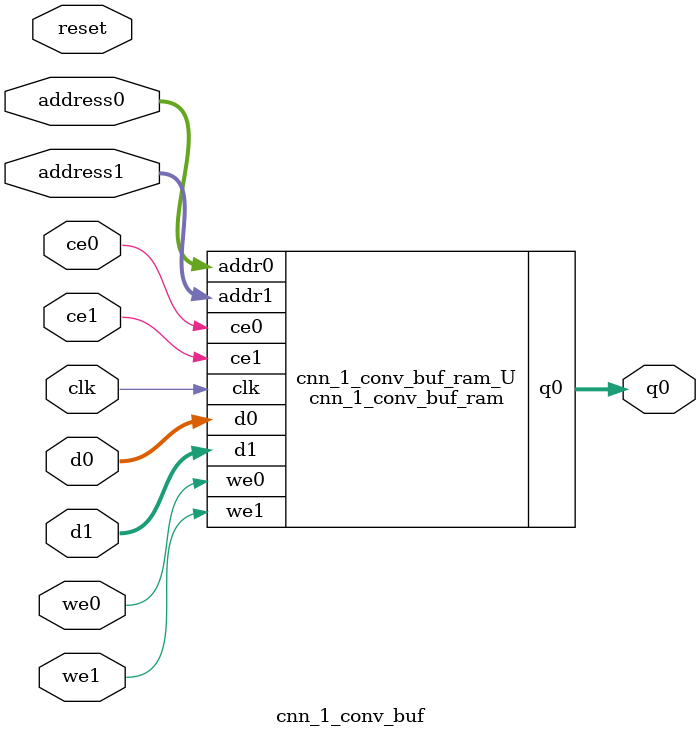
<source format=v>

`timescale 1 ns / 1 ps
module cnn_1_conv_buf_ram (addr0, ce0, d0, we0, q0, addr1, ce1, d1, we1,  clk);

parameter DWIDTH = 32;
parameter AWIDTH = 4;
parameter MEM_SIZE = 9;

input[AWIDTH-1:0] addr0;
input ce0;
input[DWIDTH-1:0] d0;
input we0;
output reg[DWIDTH-1:0] q0;
input[AWIDTH-1:0] addr1;
input ce1;
input[DWIDTH-1:0] d1;
input we1;
input clk;

(* ram_style = "block" *)reg [DWIDTH-1:0] ram[0:MEM_SIZE-1];




always @(posedge clk)  
begin 
    if (ce0) 
    begin
        if (we0) 
        begin 
            ram[addr0] <= d0; 
            q0 <= d0;
        end 
        else 
            q0 <= ram[addr0];
    end
end


always @(posedge clk)  
begin 
    if (ce1) 
    begin
        if (we1) 
        begin 
            ram[addr1] <= d1; 
        end 
    end
end


endmodule


`timescale 1 ns / 1 ps
module cnn_1_conv_buf(
    reset,
    clk,
    address0,
    ce0,
    we0,
    d0,
    q0,
    address1,
    ce1,
    we1,
    d1);

parameter DataWidth = 32'd32;
parameter AddressRange = 32'd9;
parameter AddressWidth = 32'd4;
input reset;
input clk;
input[AddressWidth - 1:0] address0;
input ce0;
input we0;
input[DataWidth - 1:0] d0;
output[DataWidth - 1:0] q0;
input[AddressWidth - 1:0] address1;
input ce1;
input we1;
input[DataWidth - 1:0] d1;



cnn_1_conv_buf_ram cnn_1_conv_buf_ram_U(
    .clk( clk ),
    .addr0( address0 ),
    .ce0( ce0 ),
    .we0( we0 ),
    .d0( d0 ),
    .q0( q0 ),
    .addr1( address1 ),
    .ce1( ce1 ),
    .we1( we1 ),
    .d1( d1 ));

endmodule


</source>
